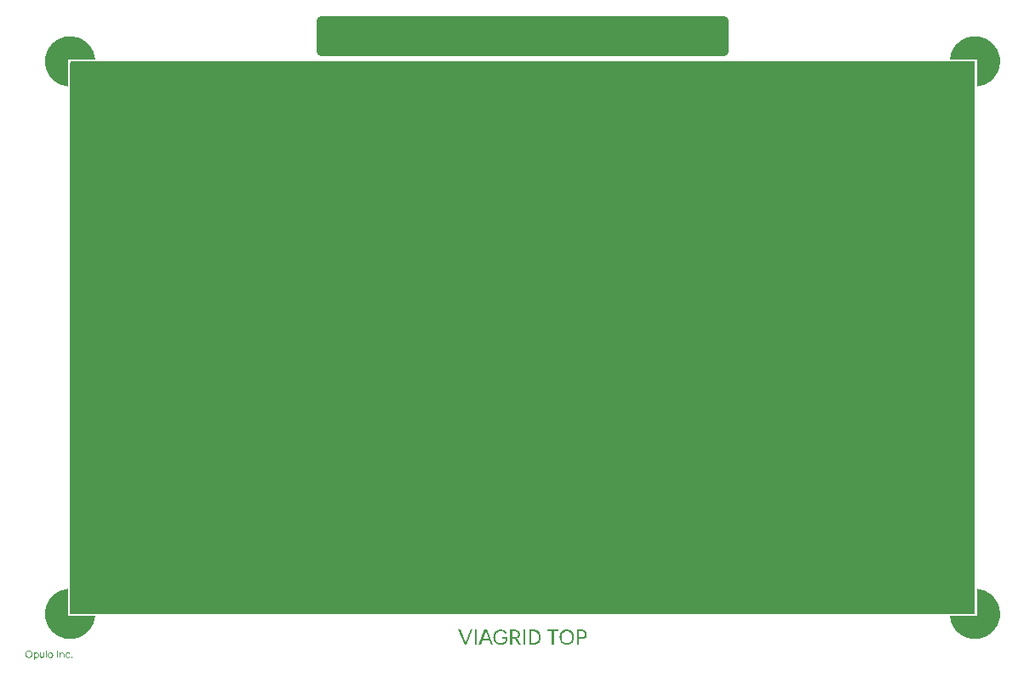
<source format=gbr>
%TF.GenerationSoftware,KiCad,Pcbnew,9.0.4*%
%TF.CreationDate,2025-09-18T22:50:07-04:00*%
%TF.ProjectId,viagrid,76696167-7269-4642-9e6b-696361645f70,rev?*%
%TF.SameCoordinates,Original*%
%TF.FileFunction,Copper,L1,Top*%
%TF.FilePolarity,Positive*%
%FSLAX46Y46*%
G04 Gerber Fmt 4.6, Leading zero omitted, Abs format (unit mm)*
G04 Created by KiCad (PCBNEW 9.0.4) date 2025-09-18 22:50:07*
%MOMM*%
%LPD*%
G01*
G04 APERTURE LIST*
%ADD10C,0.187500*%
%TA.AperFunction,NonConductor*%
%ADD11C,1.000000*%
%TD*%
%TA.AperFunction,NonConductor*%
%ADD12C,0.000000*%
%TD*%
%ADD13C,0.125000*%
%TA.AperFunction,ViaPad*%
%ADD14C,1.500000*%
%TD*%
G04 APERTURE END LIST*
D10*
G36*
X961812Y1374821D02*
G01*
X1010441Y1365440D01*
X1055346Y1350156D01*
X1097036Y1328995D01*
X1147465Y1292217D01*
X1189608Y1247497D01*
X1224073Y1194036D01*
X1248837Y1135215D01*
X1264115Y1069780D01*
X1269410Y996474D01*
X1264124Y923134D01*
X1248853Y857490D01*
X1224073Y798317D01*
X1189618Y744497D01*
X1147805Y699819D01*
X1098089Y663403D01*
X1056938Y642488D01*
X1012563Y627375D01*
X964457Y618094D01*
X912022Y614906D01*
X859063Y618088D01*
X810327Y627361D01*
X765237Y642475D01*
X723299Y663403D01*
X672531Y699878D01*
X629847Y744570D01*
X594659Y798317D01*
X569310Y857546D01*
X553710Y923184D01*
X548314Y996474D01*
X640500Y996474D01*
X644543Y938746D01*
X656171Y887517D01*
X674938Y841777D01*
X701197Y800056D01*
X733091Y765277D01*
X771017Y736768D01*
X813501Y715811D01*
X860179Y703053D01*
X912022Y698666D01*
X963101Y703071D01*
X1008690Y715840D01*
X1049821Y736768D01*
X1086397Y765133D01*
X1117450Y799879D01*
X1143289Y841731D01*
X1161801Y887476D01*
X1173278Y938723D01*
X1177270Y996474D01*
X1173242Y1053492D01*
X1161608Y1104580D01*
X1142740Y1150668D01*
X1116541Y1192848D01*
X1085152Y1227755D01*
X1048264Y1256135D01*
X1006798Y1277039D01*
X960683Y1289820D01*
X908862Y1294237D01*
X857737Y1289850D01*
X811764Y1277095D01*
X769964Y1256135D01*
X732734Y1227719D01*
X701170Y1192808D01*
X674938Y1150668D01*
X656122Y1104585D01*
X644518Y1053496D01*
X640500Y996474D01*
X548314Y996474D01*
X553681Y1070462D01*
X569139Y1136229D01*
X594155Y1195089D01*
X628931Y1248572D01*
X671089Y1293097D01*
X721192Y1329499D01*
X762603Y1350417D01*
X807327Y1365547D01*
X855878Y1374846D01*
X908862Y1378043D01*
X961812Y1374821D01*
G37*
G36*
X1702601Y1163997D02*
G01*
X1743842Y1152311D01*
X1781130Y1133128D01*
X1814145Y1107122D01*
X1842053Y1074981D01*
X1865119Y1035950D01*
X1881472Y993448D01*
X1891655Y945597D01*
X1895206Y891465D01*
X1891679Y838043D01*
X1881518Y790330D01*
X1865119Y747484D01*
X1842026Y708127D01*
X1814114Y675813D01*
X1781130Y649756D01*
X1743845Y630599D01*
X1702604Y618928D01*
X1656474Y614906D01*
X1613156Y618921D01*
X1574514Y630584D01*
X1539604Y649802D01*
X1509102Y675693D01*
X1483262Y707956D01*
X1480482Y713108D01*
X1480482Y417482D01*
X1393562Y417482D01*
X1393562Y891465D01*
X1480482Y891465D01*
X1485762Y836206D01*
X1500815Y789204D01*
X1516443Y760910D01*
X1534965Y737860D01*
X1556457Y719411D01*
X1581028Y705636D01*
X1607855Y697338D01*
X1637561Y694498D01*
X1669413Y697357D01*
X1698162Y705693D01*
X1724435Y719457D01*
X1747715Y738017D01*
X1767789Y761092D01*
X1784793Y789249D01*
X1797056Y819869D01*
X1804617Y853744D01*
X1807233Y891465D01*
X1804732Y929267D01*
X1797515Y963146D01*
X1785846Y993681D01*
X1769429Y1021766D01*
X1749553Y1044844D01*
X1726038Y1063473D01*
X1699445Y1077252D01*
X1670505Y1085581D01*
X1638614Y1088432D01*
X1608901Y1085597D01*
X1581899Y1077291D01*
X1557006Y1063473D01*
X1535179Y1045013D01*
X1516480Y1021975D01*
X1500815Y993726D01*
X1485762Y946724D01*
X1480482Y891465D01*
X1393562Y891465D01*
X1393562Y1155430D01*
X1475124Y1155430D01*
X1479853Y1068927D01*
X1483235Y1075151D01*
X1509071Y1107258D01*
X1539604Y1133128D01*
X1574514Y1152346D01*
X1613156Y1164009D01*
X1656474Y1168024D01*
X1702601Y1163997D01*
G37*
G36*
X2368411Y627500D02*
G01*
X2363099Y725502D01*
X2363099Y1155430D01*
X2450019Y1155430D01*
X2450019Y627500D01*
X2368411Y627500D01*
G37*
G36*
X1994537Y883680D02*
G01*
X1994537Y1155430D01*
X2081457Y1155430D01*
X2081457Y883680D01*
X1994537Y883680D01*
G37*
G36*
X2081457Y886611D02*
G01*
X2083850Y833792D01*
X2090122Y794994D01*
X2099134Y767222D01*
X2113168Y742044D01*
X2129573Y723903D01*
X2148456Y711580D01*
X2181512Y700431D01*
X2219668Y696559D01*
X2252486Y699802D01*
X2280394Y709059D01*
X2304395Y724117D01*
X2325135Y745423D01*
X2345210Y780053D01*
X2358289Y825121D01*
X2363099Y883497D01*
X2406971Y883497D01*
X2404008Y827338D01*
X2395680Y779431D01*
X2382654Y738599D01*
X2363462Y700697D01*
X2340044Y670393D01*
X2312312Y646642D01*
X2280261Y629380D01*
X2243113Y618667D01*
X2199701Y614906D01*
X2159473Y617820D01*
X2123764Y626208D01*
X2091852Y639773D01*
X2063630Y659225D01*
X2039731Y685319D01*
X2019907Y719091D01*
X2006517Y756285D01*
X1997737Y802610D01*
X1994537Y859958D01*
X1994537Y886611D01*
X2081457Y886611D01*
G37*
G36*
X2593634Y627500D02*
G01*
X2593634Y1365449D01*
X2680554Y1365449D01*
X2680554Y627500D01*
X2593634Y627500D01*
G37*
G36*
X3106952Y1163913D02*
G01*
X3152563Y1152022D01*
X3193647Y1132624D01*
X3230481Y1106067D01*
X3261305Y1073700D01*
X3286566Y1034942D01*
X3304726Y992276D01*
X3315930Y944760D01*
X3319814Y891465D01*
X3315930Y838169D01*
X3304727Y790637D01*
X3286566Y747942D01*
X3261338Y709175D01*
X3230674Y676810D01*
X3194151Y650260D01*
X3153433Y630870D01*
X3108350Y619003D01*
X3057955Y614906D01*
X3007553Y618993D01*
X2962277Y630853D01*
X2921209Y650260D01*
X2884332Y676822D01*
X2853319Y709191D01*
X2827741Y747942D01*
X2809295Y790665D01*
X2797928Y838195D01*
X2793989Y891465D01*
X2881963Y891465D01*
X2884582Y853744D01*
X2892135Y820047D01*
X2904357Y789753D01*
X2921483Y762101D01*
X2942240Y739179D01*
X2966868Y720510D01*
X2994506Y706756D01*
X3024666Y698412D01*
X3057955Y695552D01*
X3091924Y698461D01*
X3121855Y706846D01*
X3148493Y720510D01*
X3172181Y739056D01*
X3192424Y761808D01*
X3209401Y789249D01*
X3221600Y819203D01*
X3229191Y853038D01*
X3231840Y891465D01*
X3229196Y929894D01*
X3221620Y963730D01*
X3209446Y993681D01*
X3192406Y1021046D01*
X3171828Y1043806D01*
X3147485Y1062420D01*
X3120180Y1076117D01*
X3089862Y1084488D01*
X3055848Y1087378D01*
X3022576Y1084499D01*
X2992785Y1076140D01*
X2965814Y1062420D01*
X2941809Y1043843D01*
X2921391Y1021087D01*
X2904357Y993681D01*
X2892183Y963730D01*
X2884607Y929894D01*
X2881963Y891465D01*
X2793989Y891465D01*
X2797874Y944760D01*
X2809077Y992276D01*
X2827237Y1034942D01*
X2852522Y1073705D01*
X2883347Y1106072D01*
X2920156Y1132624D01*
X2961212Y1152094D01*
X3006152Y1163950D01*
X3055848Y1168024D01*
X3106952Y1163913D01*
G37*
G36*
X3716128Y627500D02*
G01*
X3716128Y1365449D01*
X3808315Y1365449D01*
X3808315Y627500D01*
X3716128Y627500D01*
G37*
G36*
X3976293Y627500D02*
G01*
X3976293Y1155430D01*
X4057900Y1155430D01*
X4063213Y1057428D01*
X4063213Y627500D01*
X3976293Y627500D01*
G37*
G36*
X4344855Y627500D02*
G01*
X4344855Y899250D01*
X4431775Y899250D01*
X4431775Y627500D01*
X4344855Y627500D01*
G37*
G36*
X4344855Y896319D02*
G01*
X4342456Y949135D01*
X4336168Y987933D01*
X4327132Y1015708D01*
X4313151Y1040928D01*
X4296924Y1059042D01*
X4278360Y1071304D01*
X4245740Y1082476D01*
X4207698Y1086371D01*
X4174279Y1083135D01*
X4146020Y1073928D01*
X4121881Y1059016D01*
X4101177Y1038011D01*
X4081160Y1003706D01*
X4068055Y958534D01*
X4063213Y899433D01*
X4019340Y899433D01*
X4022298Y955594D01*
X4030612Y1003502D01*
X4043612Y1044330D01*
X4062863Y1082195D01*
X4086443Y1112487D01*
X4114458Y1136242D01*
X4146844Y1153586D01*
X4183873Y1164288D01*
X4226611Y1168024D01*
X4267546Y1165084D01*
X4303392Y1156672D01*
X4334963Y1143157D01*
X4362915Y1123784D01*
X4386822Y1097849D01*
X4406908Y1064343D01*
X4420453Y1027454D01*
X4429103Y981026D01*
X4431775Y922972D01*
X4431775Y896319D01*
X4344855Y896319D01*
G37*
G36*
X4797361Y614906D02*
G01*
X4746248Y619002D01*
X4700444Y630871D01*
X4659012Y650260D01*
X4621819Y676853D01*
X4590647Y709226D01*
X4565040Y747942D01*
X4546594Y790665D01*
X4535227Y838195D01*
X4531289Y891465D01*
X4535173Y944760D01*
X4546377Y992276D01*
X4564536Y1034942D01*
X4589853Y1073666D01*
X4620852Y1106037D01*
X4658005Y1132624D01*
X4699396Y1152074D01*
X4744849Y1163941D01*
X4795254Y1168024D01*
X4844985Y1164018D01*
X4890104Y1152346D01*
X4931450Y1133174D01*
X4968382Y1106720D01*
X4999082Y1073767D01*
X5024003Y1033568D01*
X4944731Y997711D01*
X4928247Y1024363D01*
X4908007Y1046291D01*
X4883731Y1063977D01*
X4856532Y1076822D01*
X4826540Y1084672D01*
X4793148Y1087378D01*
X4759875Y1084499D01*
X4730084Y1076140D01*
X4703114Y1062420D01*
X4679144Y1043816D01*
X4658722Y1020889D01*
X4641656Y993131D01*
X4629435Y962867D01*
X4621882Y929186D01*
X4619262Y891465D01*
X4621881Y853744D01*
X4629434Y820047D01*
X4641656Y789753D01*
X4658782Y762101D01*
X4679540Y739179D01*
X4704167Y720510D01*
X4731806Y706756D01*
X4761966Y698412D01*
X4795254Y695552D01*
X4828517Y698524D01*
X4858669Y707207D01*
X4886342Y721564D01*
X4910683Y741071D01*
X4931127Y765569D01*
X4947845Y795752D01*
X5027163Y759894D01*
X5002122Y716832D01*
X4971385Y681457D01*
X4934610Y652916D01*
X4893067Y631973D01*
X4847631Y619266D01*
X4797361Y614906D01*
G37*
G36*
X5166793Y612799D02*
G01*
X5143809Y617225D01*
X5124249Y630568D01*
X5110891Y649969D01*
X5106526Y672013D01*
X5110940Y694962D01*
X5124249Y714511D01*
X5143809Y727854D01*
X5166793Y732280D01*
X5189683Y727836D01*
X5208788Y714511D01*
X5221703Y695001D01*
X5226007Y672013D01*
X5221751Y649931D01*
X5208788Y630568D01*
X5189683Y617243D01*
X5166793Y612799D01*
G37*
D11*
X30000000Y64000000D02*
X70000000Y64000000D01*
X70000000Y61000000D01*
X30000000Y61000000D01*
X30000000Y64000000D01*
%TA.AperFunction,NonConductor*%
G36*
X30000000Y64000000D02*
G01*
X70000000Y64000000D01*
X70000000Y61000000D01*
X30000000Y61000000D01*
X30000000Y64000000D01*
G37*
%TD.AperFunction*%
D12*
%TA.AperFunction,NonConductor*%
G36*
X4800000Y57500000D02*
G01*
X4800000Y57500000D01*
G75*
G02*
X7500000Y60200000I200000J2500000D01*
G01*
X7500000Y60199996D01*
X4800000Y60200000D01*
X4800000Y57500001D01*
X4800000Y57500000D01*
G37*
%TD.AperFunction*%
%TA.AperFunction,NonConductor*%
G36*
X4800000Y4800000D02*
G01*
X7500000Y4800001D01*
G75*
G02*
X4800001Y7500000I-2500000J199999D01*
G01*
X4800004Y7500000D01*
X4800000Y4800000D01*
G37*
%TD.AperFunction*%
%TA.AperFunction,NonConductor*%
G36*
X95200000Y60200000D02*
G01*
X92500000Y60199999D01*
G75*
G02*
X95199999Y57500000I2500000J-199999D01*
G01*
X95199996Y57500000D01*
X95200000Y60200000D01*
G37*
%TD.AperFunction*%
%TA.AperFunction,NonConductor*%
G36*
X95200000Y4800000D02*
G01*
X95199999Y7500000D01*
G75*
G02*
X92500000Y4800001I-199999J-2500000D01*
G01*
X92500000Y4800004D01*
X95200000Y4800000D01*
G37*
%TD.AperFunction*%
D13*
G36*
X44245350Y1955000D02*
G01*
X44848386Y3430898D01*
X45041643Y3430898D01*
X44430181Y1955000D01*
X44245350Y1955000D01*
G37*
G36*
X44228864Y1955000D02*
G01*
X43617402Y3430898D01*
X43810751Y3430898D01*
X44411588Y1955000D01*
X44228864Y1955000D01*
G37*
G36*
X45250471Y1955000D02*
G01*
X45250471Y3430898D01*
X45434843Y3430898D01*
X45434843Y1955000D01*
X45250471Y1955000D01*
G37*
G36*
X46838476Y1955000D02*
G01*
X46246157Y3430898D01*
X46430896Y3430898D01*
X47031825Y1955000D01*
X46838476Y1955000D01*
G37*
G36*
X45641198Y1955000D02*
G01*
X46242127Y3430898D01*
X46429064Y3430898D01*
X45836653Y1955000D01*
X45641198Y1955000D01*
G37*
G36*
X45926229Y2372930D02*
G01*
X45926229Y2538343D01*
X46748992Y2538343D01*
X46748992Y2372930D01*
X45926229Y2372930D01*
G37*
G36*
X47856420Y1929812D02*
G01*
X47744078Y1936279D01*
X47641022Y1955085D01*
X47546040Y1985649D01*
X47458090Y2027814D01*
X47350846Y2101674D01*
X47261017Y2191193D01*
X47187164Y2297733D01*
X47144902Y2385203D01*
X47114349Y2479189D01*
X47095596Y2580685D01*
X47089161Y2690842D01*
X47095640Y2803214D01*
X47114465Y2906079D01*
X47145030Y3000676D01*
X47187164Y3088073D01*
X47261017Y3194613D01*
X47350846Y3284132D01*
X47458090Y3357991D01*
X47546045Y3400198D01*
X47641027Y3430790D01*
X47744082Y3449613D01*
X47856420Y3456086D01*
X47972866Y3446337D01*
X48086222Y3417068D01*
X48193682Y3370725D01*
X48290836Y3310547D01*
X48375762Y3236978D01*
X48442236Y3154110D01*
X48296606Y3054184D01*
X48246938Y3118877D01*
X48182301Y3176733D01*
X48107991Y3223903D01*
X48026687Y3259165D01*
X47941411Y3281222D01*
X47856420Y3288474D01*
X47745653Y3279661D01*
X47646013Y3254090D01*
X47555543Y3212270D01*
X47473982Y3155004D01*
X47405381Y3085406D01*
X47348730Y3002343D01*
X47307696Y2910481D01*
X47282345Y2807391D01*
X47273534Y2690842D01*
X47282103Y2578465D01*
X47306981Y2476988D01*
X47347631Y2384562D01*
X47403767Y2300895D01*
X47472346Y2230593D01*
X47554444Y2172528D01*
X47645678Y2130048D01*
X47745695Y2104137D01*
X47856420Y2095225D01*
X47949666Y2102152D01*
X48033024Y2122162D01*
X48108112Y2154668D01*
X48176263Y2199720D01*
X48233301Y2254417D01*
X48280211Y2319532D01*
X48314458Y2392154D01*
X48335543Y2473517D01*
X48342860Y2565454D01*
X48518806Y2578460D01*
X48508853Y2449265D01*
X48480340Y2336268D01*
X48434359Y2236734D01*
X48370869Y2147439D01*
X48293267Y2072545D01*
X48200161Y2010962D01*
X48097521Y1966576D01*
X47983672Y1939263D01*
X47856420Y1929812D01*
G37*
G36*
X47981625Y2551441D02*
G01*
X47981625Y2710534D01*
X48518806Y2710534D01*
X48518806Y2566553D01*
X48432161Y2551441D01*
X47981625Y2551441D01*
G37*
G36*
X49359748Y3424223D02*
G01*
X49444039Y3404958D01*
X49519897Y3373745D01*
X49589095Y3330276D01*
X49646467Y3277637D01*
X49693187Y3215201D01*
X49727479Y3145228D01*
X49748371Y3068274D01*
X49755560Y2982743D01*
X49747810Y2897374D01*
X49725210Y2820395D01*
X49687875Y2750102D01*
X49637858Y2687728D01*
X49577025Y2634705D01*
X49504143Y2590550D01*
X49455508Y2571029D01*
X49816560Y1955000D01*
X49614510Y1955000D01*
X49275066Y2534777D01*
X49242376Y2532481D01*
X48968060Y2532481D01*
X48968060Y1955000D01*
X48783688Y1955000D01*
X48783688Y2702199D01*
X48968060Y2702199D01*
X49290644Y2702199D01*
X49366233Y2711492D01*
X49431969Y2738561D01*
X49488183Y2781519D01*
X49532719Y2838304D01*
X49561356Y2905305D01*
X49571188Y2982743D01*
X49561236Y3062069D01*
X49532622Y3128586D01*
X49484909Y3185342D01*
X49423382Y3227818D01*
X49349908Y3254029D01*
X49261243Y3263286D01*
X48968060Y3263286D01*
X48968060Y2702199D01*
X48783688Y2702199D01*
X48783688Y3430898D01*
X49265457Y3430898D01*
X49359748Y3424223D01*
G37*
G36*
X50098203Y1955000D02*
G01*
X50098203Y3430898D01*
X50282575Y3430898D01*
X50282575Y1955000D01*
X50098203Y1955000D01*
G37*
G36*
X51253632Y3419986D02*
G01*
X51375411Y3388437D01*
X51484983Y3337017D01*
X51583402Y3266474D01*
X51666344Y3180170D01*
X51734935Y3076532D01*
X51784501Y2962306D01*
X51815034Y2835279D01*
X51825610Y2692949D01*
X51815067Y2551970D01*
X51784565Y2425583D01*
X51734935Y2311380D01*
X51666392Y2207729D01*
X51583449Y2121072D01*
X51484983Y2049888D01*
X51375352Y1997895D01*
X51253579Y1966020D01*
X51117062Y1955000D01*
X50666800Y1955000D01*
X50666800Y2124626D01*
X50851173Y2124626D01*
X51117062Y2124626D01*
X51224401Y2135501D01*
X51321676Y2167399D01*
X51409776Y2219054D01*
X51487639Y2289582D01*
X51551646Y2374595D01*
X51600479Y2472397D01*
X51630921Y2578602D01*
X51641237Y2692949D01*
X51630919Y2807283D01*
X51600479Y2913408D01*
X51551636Y3011272D01*
X51487639Y3096224D01*
X51409776Y3166752D01*
X51321676Y3218407D01*
X51224401Y3250305D01*
X51117062Y3261180D01*
X50851173Y3261180D01*
X50851173Y2124626D01*
X50666800Y2124626D01*
X50666800Y3430898D01*
X51117062Y3430898D01*
X51253632Y3419986D01*
G37*
G36*
X52923695Y1955000D02*
G01*
X52923695Y3263286D01*
X52455390Y3263286D01*
X52455390Y3430898D01*
X53574267Y3430898D01*
X53574267Y3263286D01*
X53105962Y3263286D01*
X53105962Y1955000D01*
X52923695Y1955000D01*
G37*
G36*
X54515110Y3449642D02*
G01*
X54612368Y3430880D01*
X54702179Y3400313D01*
X54785559Y3357991D01*
X54886417Y3284434D01*
X54970702Y3194994D01*
X55039632Y3088073D01*
X55089162Y2970431D01*
X55119717Y2839560D01*
X55130307Y2692949D01*
X55119734Y2546268D01*
X55089192Y2414981D01*
X55039632Y2296634D01*
X54970723Y2188995D01*
X54887096Y2099638D01*
X54787665Y2026807D01*
X54705363Y1984977D01*
X54616613Y1954751D01*
X54520400Y1936189D01*
X54415531Y1929812D01*
X54309613Y1936176D01*
X54212141Y1954722D01*
X54121961Y1984950D01*
X54038084Y2026807D01*
X53936549Y2099756D01*
X53851181Y2189140D01*
X53780805Y2296634D01*
X53730106Y2415093D01*
X53698907Y2546368D01*
X53688114Y2692949D01*
X53872487Y2692949D01*
X53880573Y2577493D01*
X53903828Y2475035D01*
X53941364Y2383554D01*
X53993880Y2300112D01*
X54057669Y2230554D01*
X54133522Y2173536D01*
X54218488Y2131623D01*
X54311845Y2106107D01*
X54415531Y2097332D01*
X54517689Y2106143D01*
X54608866Y2131681D01*
X54691128Y2173536D01*
X54764282Y2230266D01*
X54826387Y2299759D01*
X54878066Y2383463D01*
X54915089Y2474952D01*
X54938043Y2577446D01*
X54946026Y2692949D01*
X54937971Y2806984D01*
X54914702Y2909161D01*
X54876967Y3001336D01*
X54824570Y3085696D01*
X54761791Y3155510D01*
X54688014Y3212270D01*
X54605082Y3254079D01*
X54512852Y3279641D01*
X54409211Y3288474D01*
X54306961Y3279700D01*
X54215015Y3254191D01*
X54131415Y3212270D01*
X54056954Y3155439D01*
X53993826Y3085617D01*
X53941364Y3001336D01*
X53903731Y2909171D01*
X53880522Y2806993D01*
X53872487Y2692949D01*
X53688114Y2692949D01*
X53698848Y2840925D01*
X53729765Y2972458D01*
X53779797Y3090179D01*
X53849349Y3197144D01*
X53933665Y3286195D01*
X54033871Y3358999D01*
X54116694Y3400835D01*
X54206140Y3431094D01*
X54303243Y3449692D01*
X54409211Y3456086D01*
X54515110Y3449642D01*
G37*
G36*
X55992308Y3424002D02*
G01*
X56076587Y3404080D01*
X56152555Y3371730D01*
X56221527Y3326783D01*
X56278935Y3272086D01*
X56325846Y3206866D01*
X56359982Y3134100D01*
X56380956Y3052986D01*
X56388219Y2961769D01*
X56381600Y2873102D01*
X56362419Y2793296D01*
X56331158Y2720884D01*
X56288038Y2654988D01*
X56236107Y2600003D01*
X56174720Y2554921D01*
X56106209Y2521903D01*
X56029954Y2501658D01*
X55944277Y2494654D01*
X55600719Y2494654D01*
X55600719Y1955000D01*
X55416346Y1955000D01*
X55416346Y2662266D01*
X55600719Y2662266D01*
X55944277Y2662266D01*
X56016564Y2671802D01*
X56078298Y2699512D01*
X56132131Y2746346D01*
X56172408Y2806211D01*
X56197217Y2877040D01*
X56205953Y2961769D01*
X56195735Y3048142D01*
X56166591Y3119804D01*
X56118575Y3180122D01*
X56056036Y3225793D01*
X55982859Y3253575D01*
X55896009Y3263286D01*
X55600719Y3263286D01*
X55600719Y2662266D01*
X55416346Y2662266D01*
X55416346Y3430898D01*
X55898115Y3430898D01*
X55992308Y3424002D01*
G37*
D14*
%TO.N,GND*%
X32500000Y40000000D03*
X30000000Y42500000D03*
X27500000Y40000000D03*
X30000000Y37500000D03*
X30000000Y40000000D03*
X32500000Y25000000D03*
X30000000Y27500000D03*
X27500000Y25000000D03*
X30000000Y22500000D03*
X30000000Y25000000D03*
X72500000Y25000000D03*
X67500000Y25000000D03*
X70000000Y22500000D03*
X70000000Y27500000D03*
X70000000Y25000000D03*
X72500000Y40000000D03*
X67500000Y40000000D03*
X70000000Y37500000D03*
X70000000Y42500000D03*
X70000000Y40000000D03*
X85000000Y55000000D03*
X80000000Y55000000D03*
X75000000Y55000000D03*
X70000000Y55000000D03*
X65000000Y55000000D03*
X60000000Y55000000D03*
X55000000Y55000000D03*
X50000000Y55000000D03*
X45000000Y55000000D03*
X40000000Y55000000D03*
X35000000Y55000000D03*
X30000000Y55000000D03*
X25000000Y55000000D03*
X20000000Y55000000D03*
X15000000Y55000000D03*
X10000000Y55000000D03*
X10000000Y50000000D03*
X10000000Y45000000D03*
X10000000Y40000000D03*
X10000000Y35000000D03*
X10000000Y30000000D03*
X10000000Y25000000D03*
X10000000Y20000000D03*
X10000000Y15000000D03*
X10000000Y10000000D03*
X15000000Y10000000D03*
X20000000Y10000000D03*
X25000000Y10000000D03*
X30000000Y10000000D03*
X35000000Y10000000D03*
X40000000Y10000000D03*
X45000000Y10000000D03*
X50000000Y10000000D03*
X55000000Y10000000D03*
X60000000Y10000000D03*
X65000000Y10000000D03*
X70000000Y10000000D03*
X75000000Y10000000D03*
X80000000Y10000000D03*
X85000000Y10000000D03*
X90000000Y10000000D03*
X90000000Y15000000D03*
X90000000Y20000000D03*
X90000000Y25000000D03*
X90000000Y30000000D03*
X90000000Y35000000D03*
X90000000Y40000000D03*
X90000000Y45000000D03*
X90000000Y50000000D03*
X90000000Y55000000D03*
%TD*%
%TA.AperFunction,Conductor*%
%TO.N,GND*%
G36*
X94943039Y59980315D02*
G01*
X94988794Y59927511D01*
X95000000Y59876000D01*
X95000000Y5124000D01*
X94980315Y5056961D01*
X94927511Y5011206D01*
X94876000Y5000000D01*
X5124000Y5000000D01*
X5056961Y5019685D01*
X5011206Y5072489D01*
X5000000Y5124000D01*
X5000000Y59876000D01*
X5019685Y59943039D01*
X5072489Y59988794D01*
X5124000Y60000000D01*
X94876000Y60000000D01*
X94943039Y59980315D01*
G37*
%TD.AperFunction*%
%TD*%
M02*

</source>
